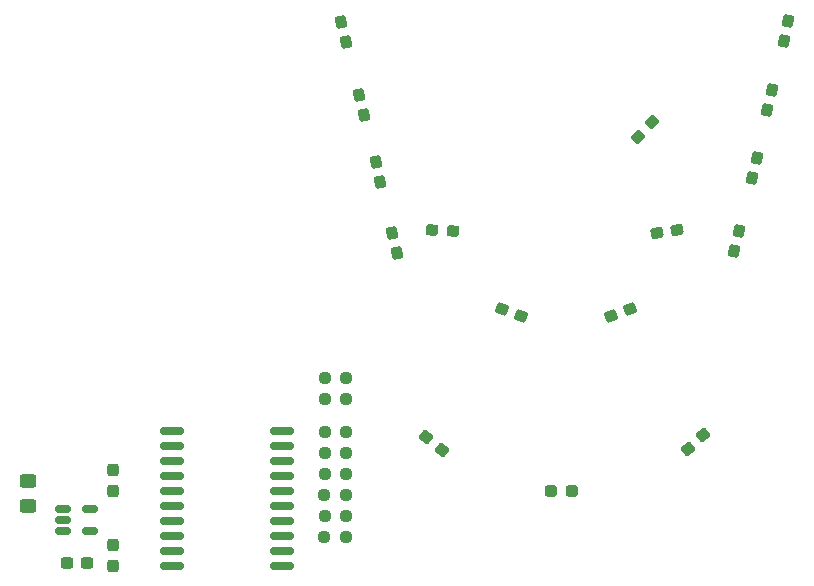
<source format=gbr>
%TF.GenerationSoftware,KiCad,Pcbnew,8.0.6*%
%TF.CreationDate,2024-12-16T19:53:59-05:00*%
%TF.ProjectId,nametag,6e616d65-7461-4672-9e6b-696361645f70,rev?*%
%TF.SameCoordinates,Original*%
%TF.FileFunction,Paste,Top*%
%TF.FilePolarity,Positive*%
%FSLAX46Y46*%
G04 Gerber Fmt 4.6, Leading zero omitted, Abs format (unit mm)*
G04 Created by KiCad (PCBNEW 8.0.6) date 2024-12-16 19:53:59*
%MOMM*%
%LPD*%
G01*
G04 APERTURE LIST*
G04 Aperture macros list*
%AMRoundRect*
0 Rectangle with rounded corners*
0 $1 Rounding radius*
0 $2 $3 $4 $5 $6 $7 $8 $9 X,Y pos of 4 corners*
0 Add a 4 corners polygon primitive as box body*
4,1,4,$2,$3,$4,$5,$6,$7,$8,$9,$2,$3,0*
0 Add four circle primitives for the rounded corners*
1,1,$1+$1,$2,$3*
1,1,$1+$1,$4,$5*
1,1,$1+$1,$6,$7*
1,1,$1+$1,$8,$9*
0 Add four rect primitives between the rounded corners*
20,1,$1+$1,$2,$3,$4,$5,0*
20,1,$1+$1,$4,$5,$6,$7,0*
20,1,$1+$1,$6,$7,$8,$9,0*
20,1,$1+$1,$8,$9,$2,$3,0*%
G04 Aperture macros list end*
%ADD10RoundRect,0.150000X0.875000X0.150000X-0.875000X0.150000X-0.875000X-0.150000X0.875000X-0.150000X0*%
%ADD11RoundRect,0.237500X0.172535X-0.330596X0.292085X0.231838X-0.172535X0.330596X-0.292085X-0.231838X0*%
%ADD12RoundRect,0.237500X-0.250000X-0.237500X0.250000X-0.237500X0.250000X0.237500X-0.250000X0.237500X0*%
%ADD13RoundRect,0.237500X0.351391X0.124846X-0.188932X0.321508X-0.351391X-0.124846X0.188932X-0.321508X0*%
%ADD14RoundRect,0.237500X0.292085X-0.231838X0.172535X0.330596X-0.292085X0.231838X-0.172535X-0.330596X0*%
%ADD15RoundRect,0.150000X-0.512500X-0.150000X0.512500X-0.150000X0.512500X0.150000X-0.512500X0.150000X0*%
%ADD16RoundRect,0.237500X0.237500X-0.300000X0.237500X0.300000X-0.237500X0.300000X-0.237500X-0.300000X0*%
%ADD17RoundRect,0.237500X0.035355X0.371231X-0.371231X-0.035355X-0.035355X-0.371231X0.371231X0.035355X0*%
%ADD18RoundRect,0.237500X-0.067576X-0.366737X0.372900X0.002866X0.067576X0.366737X-0.372900X-0.002866X0*%
%ADD19RoundRect,0.237500X0.300000X0.237500X-0.300000X0.237500X-0.300000X-0.237500X0.300000X-0.237500X0*%
%ADD20RoundRect,0.237500X-0.287500X-0.237500X0.287500X-0.237500X0.287500X0.237500X-0.287500X0.237500X0*%
%ADD21RoundRect,0.237500X0.307105X0.211539X-0.265706X0.261654X-0.307105X-0.211539X0.265706X-0.261654X0*%
%ADD22RoundRect,0.250000X-0.450000X0.325000X-0.450000X-0.325000X0.450000X-0.325000X0.450000X0.325000X0*%
%ADD23RoundRect,0.237500X-0.372900X0.002866X0.067576X-0.366737X0.372900X-0.002866X-0.067576X0.366737X0*%
%ADD24RoundRect,0.237500X0.241891X0.283816X-0.324374X0.183968X-0.241891X-0.283816X0.324374X-0.183968X0*%
%ADD25RoundRect,0.237500X-0.188932X-0.321508X0.351391X-0.124846X0.188932X0.321508X-0.351391X0.124846X0*%
G04 APERTURE END LIST*
D10*
%TO.C,U2*%
X73865000Y-93345000D03*
X73865000Y-92075000D03*
X73865000Y-90805000D03*
X73865000Y-89535000D03*
X73865000Y-88265000D03*
X73865000Y-86995000D03*
X73865000Y-85725000D03*
X73865000Y-84455000D03*
X73865000Y-83185000D03*
X73865000Y-81915000D03*
X64565000Y-81915000D03*
X64565000Y-83185000D03*
X64565000Y-84455000D03*
X64565000Y-85725000D03*
X64565000Y-86995000D03*
X64565000Y-88265000D03*
X64565000Y-89535000D03*
X64565000Y-90805000D03*
X64565000Y-92075000D03*
X64565000Y-93345000D03*
%TD*%
D11*
%TO.C,D8*%
X112158154Y-66735758D03*
X112522000Y-65024000D03*
%TD*%
D12*
%TO.C,R5*%
X77470000Y-85598000D03*
X79295000Y-85598000D03*
%TD*%
D13*
%TO.C,D16*%
X94100462Y-72226536D03*
X92456000Y-71628000D03*
%TD*%
D14*
%TO.C,D1*%
X79256246Y-49022000D03*
X78892400Y-47310242D03*
%TD*%
D15*
%TO.C,U3*%
X55352100Y-88508800D03*
X55352100Y-89458800D03*
X55352100Y-90408800D03*
X57627100Y-90408800D03*
X57627100Y-88508800D03*
%TD*%
D16*
%TO.C,C2*%
X59570000Y-93345000D03*
X59570000Y-91620000D03*
%TD*%
D17*
%TO.C,D9*%
X105215918Y-55820082D03*
X103978482Y-57057518D03*
%TD*%
D11*
%TO.C,D7*%
X113682154Y-60512758D03*
X114046000Y-58801000D03*
%TD*%
D18*
%TO.C,D13*%
X108204000Y-83439000D03*
X109544578Y-82314122D03*
%TD*%
D19*
%TO.C,C1*%
X57352100Y-93116400D03*
X55627100Y-93116400D03*
%TD*%
D20*
%TO.C,D10*%
X96661000Y-86995000D03*
X98411000Y-86995000D03*
%TD*%
D11*
%TO.C,D6*%
X114952154Y-54797758D03*
X115316000Y-53086000D03*
%TD*%
%TO.C,D5*%
X116353277Y-48912679D03*
X116717123Y-47200921D03*
%TD*%
D12*
%TO.C,R8*%
X77470000Y-89154000D03*
X79295000Y-89154000D03*
%TD*%
D21*
%TO.C,D12*%
X88341550Y-65045338D03*
X86598208Y-64892816D03*
%TD*%
D14*
%TO.C,D3*%
X82151846Y-60893758D03*
X81788000Y-59182000D03*
%TD*%
%TO.C,D4*%
X83566000Y-66852800D03*
X83202154Y-65141042D03*
%TD*%
%TO.C,D2*%
X80772000Y-55178758D03*
X80408154Y-53467000D03*
%TD*%
D22*
%TO.C,L1*%
X52324000Y-86215000D03*
X52324000Y-88265000D03*
%TD*%
D12*
%TO.C,R6*%
X77470000Y-82042000D03*
X79295000Y-82042000D03*
%TD*%
D23*
%TO.C,D14*%
X86035422Y-82441122D03*
X87376000Y-83566000D03*
%TD*%
D12*
%TO.C,R7*%
X77423000Y-87376000D03*
X79248000Y-87376000D03*
%TD*%
D24*
%TO.C,D11*%
X107315000Y-64897000D03*
X105591586Y-65200884D03*
%TD*%
D25*
%TO.C,D15*%
X101680769Y-72181267D03*
X103325231Y-71582733D03*
%TD*%
D12*
%TO.C,R1*%
X77470000Y-77470000D03*
X79295000Y-77470000D03*
%TD*%
%TO.C,R2*%
X77470000Y-79248000D03*
X79295000Y-79248000D03*
%TD*%
%TO.C,R4*%
X77423000Y-90932000D03*
X79248000Y-90932000D03*
%TD*%
%TO.C,R3*%
X77470000Y-83820000D03*
X79295000Y-83820000D03*
%TD*%
D16*
%TO.C,C3*%
X59570000Y-86995000D03*
X59570000Y-85270000D03*
%TD*%
M02*

</source>
